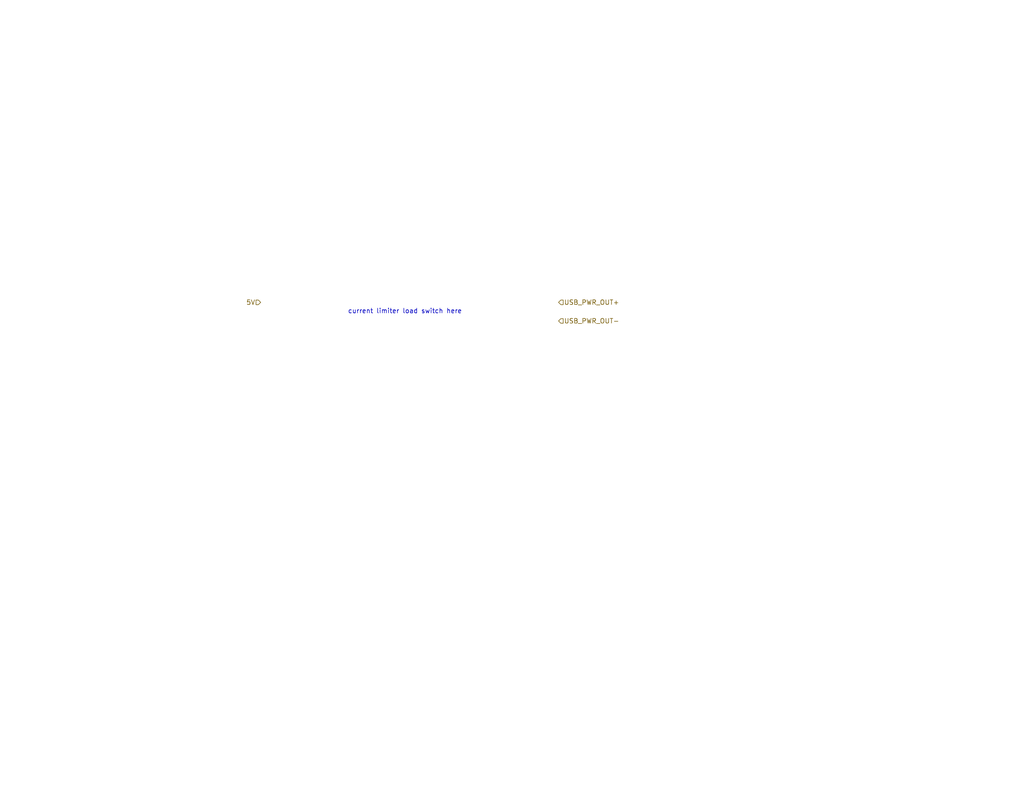
<source format=kicad_sch>
(kicad_sch
	(version 20250114)
	(generator "eeschema")
	(generator_version "9.0")
	(uuid "afc31cbc-eebe-4e8d-80d8-d9e54988b145")
	(paper "USLetter")
	(lib_symbols)
	(text "current limiter load switch here"
		(exclude_from_sim no)
		(at 110.49 85.09 0)
		(effects
			(font
				(size 1.27 1.27)
			)
		)
		(uuid "e897eeb6-4c21-4a1a-b8ad-5a2b6eaa3603")
	)
	(hierarchical_label "USB_PWR_OUT-"
		(shape input)
		(at 152.4 87.63 0)
		(effects
			(font
				(size 1.27 1.27)
			)
			(justify left)
		)
		(uuid "1f6f5f98-3988-4214-be6c-bdfd4818f2aa")
	)
	(hierarchical_label "USB_PWR_OUT+"
		(shape input)
		(at 152.4 82.55 0)
		(effects
			(font
				(size 1.27 1.27)
			)
			(justify left)
		)
		(uuid "9fa340c9-e2a2-453a-bb2e-4b39bf3cde5f")
	)
	(hierarchical_label "5V"
		(shape input)
		(at 71.12 82.55 180)
		(effects
			(font
				(size 1.27 1.27)
			)
			(justify right)
		)
		(uuid "f5a65b66-7cbf-479e-93ca-fbc342b935e2")
	)
)

</source>
